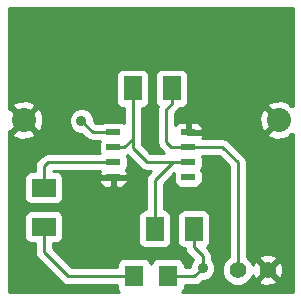
<source format=gtl>
G04 (created by PCBNEW (2013-08-23 BZR 4296)-product) date 10/8/2013 12:25:44 PM*
%MOIN*%
G04 Gerber Fmt 3.4, Leading zero omitted, Abs format*
%FSLAX34Y34*%
G01*
G70*
G90*
G04 APERTURE LIST*
%ADD10C,0.005906*%
%ADD11R,0.060000X0.080000*%
%ADD12R,0.062900X0.070900*%
%ADD13R,0.080000X0.060000*%
%ADD14R,0.045000X0.020000*%
%ADD15C,0.055000*%
%ADD16C,0.080000*%
%ADD17C,0.035000*%
%ADD18C,0.010000*%
G04 APERTURE END LIST*
G54D10*
G54D11*
X45670Y-46575D03*
X46970Y-46575D03*
G54D12*
X44981Y-48160D03*
X46099Y-48160D03*
G54D11*
X46235Y-41890D03*
X44935Y-41890D03*
G54D13*
X41970Y-45205D03*
X41970Y-46505D03*
G54D14*
X46785Y-43350D03*
X46785Y-43850D03*
X46785Y-44350D03*
X46785Y-44850D03*
X44285Y-44850D03*
X44285Y-44350D03*
X44285Y-43850D03*
X44285Y-43350D03*
G54D15*
X49430Y-47940D03*
X48430Y-47940D03*
G54D16*
X49805Y-42945D03*
X41305Y-42945D03*
G54D17*
X47265Y-47880D03*
X43225Y-42975D03*
G54D18*
X46970Y-46575D02*
X46970Y-47185D01*
X47265Y-47480D02*
X47265Y-47880D01*
X46970Y-47185D02*
X47265Y-47480D01*
X46099Y-48160D02*
X46985Y-48160D01*
X46985Y-48160D02*
X47265Y-47880D01*
X44285Y-43350D02*
X43600Y-43350D01*
X43600Y-43350D02*
X43225Y-42975D01*
X41970Y-45205D02*
X41970Y-44495D01*
X42115Y-44350D02*
X44285Y-44350D01*
X41970Y-44495D02*
X42115Y-44350D01*
X44981Y-48160D02*
X42780Y-48160D01*
X41970Y-47350D02*
X41970Y-46505D01*
X42780Y-48160D02*
X41970Y-47350D01*
X45670Y-46575D02*
X45670Y-44945D01*
X45670Y-44945D02*
X46265Y-44350D01*
X46785Y-44350D02*
X46265Y-44350D01*
X46265Y-44350D02*
X45400Y-44350D01*
X44935Y-43885D02*
X44935Y-43570D01*
X45400Y-44350D02*
X44935Y-43885D01*
X44935Y-41890D02*
X44935Y-43570D01*
X44655Y-43850D02*
X44285Y-43850D01*
X44935Y-43570D02*
X44655Y-43850D01*
X48430Y-47940D02*
X48430Y-44360D01*
X47920Y-43850D02*
X46785Y-43850D01*
X48430Y-44360D02*
X47920Y-43850D01*
X46235Y-41890D02*
X46235Y-42400D01*
X46200Y-43850D02*
X46785Y-43850D01*
X46040Y-43690D02*
X46200Y-43850D01*
X46040Y-42595D02*
X46040Y-43690D01*
X46235Y-42400D02*
X46040Y-42595D01*
G54D10*
G36*
X50260Y-48690D02*
X50192Y-48690D01*
X49959Y-48690D01*
X49959Y-48015D01*
X49948Y-47807D01*
X49890Y-47667D01*
X49797Y-47642D01*
X49727Y-47713D01*
X49727Y-47572D01*
X49702Y-47479D01*
X49505Y-47410D01*
X49297Y-47421D01*
X49157Y-47479D01*
X49132Y-47572D01*
X49430Y-47869D01*
X49727Y-47572D01*
X49727Y-47713D01*
X49500Y-47940D01*
X49797Y-48237D01*
X49890Y-48212D01*
X49959Y-48015D01*
X49959Y-48690D01*
X49727Y-48690D01*
X49727Y-48307D01*
X49430Y-48010D01*
X49359Y-48081D01*
X49359Y-47940D01*
X49062Y-47642D01*
X48969Y-47667D01*
X48930Y-47777D01*
X48875Y-47643D01*
X48730Y-47497D01*
X48730Y-44360D01*
X48707Y-44245D01*
X48642Y-44147D01*
X48642Y-44147D01*
X48132Y-43637D01*
X48034Y-43572D01*
X47920Y-43550D01*
X47239Y-43550D01*
X47260Y-43499D01*
X47260Y-43462D01*
X47260Y-43237D01*
X47260Y-43200D01*
X47221Y-43108D01*
X47151Y-43038D01*
X47059Y-43000D01*
X46960Y-43000D01*
X46897Y-43000D01*
X46835Y-43062D01*
X46835Y-43300D01*
X47197Y-43300D01*
X47260Y-43237D01*
X47260Y-43462D01*
X47197Y-43400D01*
X46835Y-43400D01*
X46835Y-43407D01*
X46735Y-43407D01*
X46735Y-43400D01*
X46727Y-43400D01*
X46727Y-43300D01*
X46735Y-43300D01*
X46735Y-43062D01*
X46672Y-43000D01*
X46609Y-43000D01*
X46510Y-43000D01*
X46418Y-43038D01*
X46348Y-43108D01*
X46340Y-43127D01*
X46340Y-42719D01*
X46447Y-42612D01*
X46495Y-42540D01*
X46584Y-42540D01*
X46676Y-42501D01*
X46746Y-42431D01*
X46785Y-42339D01*
X46785Y-42240D01*
X46785Y-41440D01*
X46746Y-41348D01*
X46676Y-41278D01*
X46584Y-41240D01*
X46485Y-41240D01*
X45885Y-41240D01*
X45793Y-41278D01*
X45723Y-41348D01*
X45685Y-41440D01*
X45685Y-41539D01*
X45685Y-42339D01*
X45723Y-42431D01*
X45766Y-42474D01*
X45766Y-42474D01*
X45762Y-42480D01*
X45740Y-42595D01*
X45740Y-43690D01*
X45762Y-43804D01*
X45827Y-43902D01*
X45975Y-44050D01*
X45524Y-44050D01*
X45235Y-43760D01*
X45235Y-43570D01*
X45235Y-42540D01*
X45284Y-42540D01*
X45376Y-42501D01*
X45446Y-42431D01*
X45485Y-42339D01*
X45485Y-42240D01*
X45485Y-41440D01*
X45446Y-41348D01*
X45376Y-41278D01*
X45284Y-41240D01*
X45185Y-41240D01*
X44585Y-41240D01*
X44493Y-41278D01*
X44423Y-41348D01*
X44385Y-41440D01*
X44385Y-41539D01*
X44385Y-42339D01*
X44423Y-42431D01*
X44493Y-42501D01*
X44585Y-42540D01*
X44635Y-42540D01*
X44635Y-43031D01*
X44559Y-43000D01*
X44460Y-43000D01*
X44010Y-43000D01*
X43918Y-43038D01*
X43906Y-43050D01*
X43724Y-43050D01*
X43649Y-42975D01*
X43650Y-42890D01*
X43585Y-42734D01*
X43466Y-42614D01*
X43309Y-42550D01*
X43140Y-42549D01*
X42984Y-42614D01*
X42864Y-42733D01*
X42800Y-42890D01*
X42799Y-43059D01*
X42864Y-43215D01*
X42983Y-43335D01*
X43140Y-43399D01*
X43225Y-43400D01*
X43387Y-43562D01*
X43387Y-43562D01*
X43485Y-43627D01*
X43600Y-43650D01*
X43830Y-43650D01*
X43810Y-43700D01*
X43810Y-43799D01*
X43810Y-43999D01*
X43830Y-44050D01*
X42115Y-44050D01*
X42000Y-44072D01*
X41959Y-44100D01*
X41959Y-43050D01*
X41949Y-42792D01*
X41869Y-42597D01*
X41763Y-42557D01*
X41692Y-42628D01*
X41692Y-42486D01*
X41652Y-42380D01*
X41410Y-42290D01*
X41152Y-42300D01*
X40957Y-42380D01*
X40917Y-42486D01*
X41305Y-42874D01*
X41692Y-42486D01*
X41692Y-42628D01*
X41375Y-42945D01*
X41763Y-43332D01*
X41869Y-43292D01*
X41959Y-43050D01*
X41959Y-44100D01*
X41902Y-44137D01*
X41757Y-44282D01*
X41692Y-44380D01*
X41692Y-44381D01*
X41692Y-43403D01*
X41305Y-43015D01*
X40917Y-43403D01*
X40957Y-43509D01*
X41199Y-43599D01*
X41457Y-43589D01*
X41652Y-43509D01*
X41692Y-43403D01*
X41692Y-44381D01*
X41670Y-44495D01*
X41670Y-44655D01*
X41520Y-44655D01*
X41428Y-44693D01*
X41358Y-44763D01*
X41320Y-44855D01*
X41320Y-44954D01*
X41320Y-45554D01*
X41358Y-45646D01*
X41428Y-45716D01*
X41520Y-45755D01*
X41619Y-45755D01*
X42419Y-45755D01*
X42511Y-45716D01*
X42581Y-45646D01*
X42620Y-45554D01*
X42620Y-45455D01*
X42620Y-44855D01*
X42581Y-44763D01*
X42511Y-44693D01*
X42419Y-44655D01*
X42320Y-44655D01*
X42270Y-44655D01*
X42270Y-44650D01*
X43830Y-44650D01*
X43810Y-44700D01*
X43810Y-44737D01*
X43872Y-44800D01*
X44235Y-44800D01*
X44235Y-44792D01*
X44335Y-44792D01*
X44335Y-44800D01*
X44697Y-44800D01*
X44760Y-44737D01*
X44760Y-44700D01*
X44721Y-44608D01*
X44713Y-44600D01*
X44721Y-44591D01*
X44760Y-44499D01*
X44760Y-44400D01*
X44760Y-44200D01*
X44732Y-44134D01*
X44732Y-44134D01*
X44755Y-44129D01*
X45187Y-44562D01*
X45246Y-44601D01*
X45285Y-44627D01*
X45285Y-44627D01*
X45400Y-44650D01*
X45540Y-44650D01*
X45457Y-44732D01*
X45392Y-44830D01*
X45370Y-44945D01*
X45370Y-45925D01*
X45320Y-45925D01*
X45228Y-45963D01*
X45158Y-46033D01*
X45120Y-46125D01*
X45120Y-46224D01*
X45120Y-47024D01*
X45158Y-47116D01*
X45228Y-47186D01*
X45320Y-47225D01*
X45419Y-47225D01*
X46019Y-47225D01*
X46111Y-47186D01*
X46181Y-47116D01*
X46220Y-47024D01*
X46220Y-46925D01*
X46220Y-46125D01*
X46181Y-46033D01*
X46111Y-45963D01*
X46019Y-45925D01*
X45970Y-45925D01*
X45970Y-45069D01*
X46310Y-44729D01*
X46310Y-44799D01*
X46310Y-44999D01*
X46348Y-45091D01*
X46418Y-45161D01*
X46510Y-45200D01*
X46609Y-45200D01*
X47059Y-45200D01*
X47151Y-45161D01*
X47221Y-45091D01*
X47260Y-44999D01*
X47260Y-44900D01*
X47260Y-44700D01*
X47221Y-44608D01*
X47213Y-44600D01*
X47221Y-44591D01*
X47260Y-44499D01*
X47260Y-44400D01*
X47260Y-44200D01*
X47239Y-44150D01*
X47795Y-44150D01*
X48130Y-44484D01*
X48130Y-47497D01*
X47985Y-47642D01*
X47905Y-47835D01*
X47904Y-48043D01*
X47984Y-48237D01*
X48132Y-48384D01*
X48325Y-48464D01*
X48533Y-48465D01*
X48727Y-48385D01*
X48874Y-48237D01*
X48927Y-48111D01*
X48969Y-48212D01*
X49062Y-48237D01*
X49359Y-47940D01*
X49359Y-48081D01*
X49132Y-48307D01*
X49157Y-48400D01*
X49354Y-48469D01*
X49562Y-48458D01*
X49702Y-48400D01*
X49727Y-48307D01*
X49727Y-48690D01*
X46591Y-48690D01*
X46625Y-48656D01*
X46663Y-48564D01*
X46663Y-48464D01*
X46663Y-48460D01*
X46985Y-48460D01*
X46985Y-48459D01*
X47099Y-48437D01*
X47099Y-48437D01*
X47197Y-48372D01*
X47264Y-48304D01*
X47349Y-48305D01*
X47505Y-48240D01*
X47625Y-48121D01*
X47689Y-47964D01*
X47690Y-47795D01*
X47625Y-47639D01*
X47565Y-47578D01*
X47565Y-47480D01*
X47542Y-47365D01*
X47477Y-47267D01*
X47477Y-47267D01*
X47400Y-47191D01*
X47411Y-47186D01*
X47481Y-47116D01*
X47520Y-47024D01*
X47520Y-46925D01*
X47520Y-46125D01*
X47481Y-46033D01*
X47411Y-45963D01*
X47319Y-45925D01*
X47220Y-45925D01*
X46620Y-45925D01*
X46528Y-45963D01*
X46458Y-46033D01*
X46420Y-46125D01*
X46420Y-46224D01*
X46420Y-47024D01*
X46458Y-47116D01*
X46528Y-47186D01*
X46620Y-47225D01*
X46677Y-47225D01*
X46692Y-47299D01*
X46757Y-47397D01*
X46952Y-47591D01*
X46904Y-47638D01*
X46840Y-47795D01*
X46840Y-47860D01*
X46663Y-47860D01*
X46663Y-47755D01*
X46625Y-47663D01*
X46555Y-47593D01*
X46463Y-47555D01*
X46363Y-47555D01*
X45734Y-47555D01*
X45642Y-47593D01*
X45572Y-47663D01*
X45539Y-47742D01*
X45507Y-47663D01*
X45437Y-47593D01*
X45345Y-47555D01*
X45245Y-47555D01*
X44760Y-47555D01*
X44760Y-44999D01*
X44760Y-44962D01*
X44697Y-44900D01*
X44335Y-44900D01*
X44335Y-45137D01*
X44397Y-45200D01*
X44460Y-45200D01*
X44559Y-45200D01*
X44651Y-45161D01*
X44721Y-45091D01*
X44760Y-44999D01*
X44760Y-47555D01*
X44616Y-47555D01*
X44524Y-47593D01*
X44454Y-47663D01*
X44416Y-47755D01*
X44416Y-47855D01*
X44416Y-47860D01*
X44235Y-47860D01*
X44235Y-45137D01*
X44235Y-44900D01*
X43872Y-44900D01*
X43810Y-44962D01*
X43810Y-44999D01*
X43848Y-45091D01*
X43918Y-45161D01*
X44010Y-45200D01*
X44109Y-45200D01*
X44172Y-45200D01*
X44235Y-45137D01*
X44235Y-47860D01*
X42904Y-47860D01*
X42270Y-47225D01*
X42270Y-47055D01*
X42419Y-47055D01*
X42511Y-47016D01*
X42581Y-46946D01*
X42620Y-46854D01*
X42620Y-46755D01*
X42620Y-46155D01*
X42581Y-46063D01*
X42511Y-45993D01*
X42419Y-45955D01*
X42320Y-45955D01*
X41520Y-45955D01*
X41428Y-45993D01*
X41358Y-46063D01*
X41320Y-46155D01*
X41320Y-46254D01*
X41320Y-46854D01*
X41358Y-46946D01*
X41428Y-47016D01*
X41520Y-47055D01*
X41619Y-47055D01*
X41670Y-47055D01*
X41670Y-47350D01*
X41692Y-47464D01*
X41757Y-47562D01*
X42567Y-48372D01*
X42665Y-48437D01*
X42665Y-48437D01*
X42780Y-48460D01*
X44416Y-48460D01*
X44416Y-48564D01*
X44454Y-48656D01*
X44488Y-48690D01*
X40799Y-48690D01*
X40799Y-43314D01*
X40846Y-43332D01*
X41234Y-42945D01*
X40846Y-42557D01*
X40799Y-42575D01*
X40799Y-39229D01*
X50260Y-39229D01*
X50260Y-42464D01*
X50237Y-42441D01*
X50192Y-42486D01*
X50152Y-42380D01*
X49910Y-42290D01*
X49652Y-42300D01*
X49457Y-42380D01*
X49417Y-42486D01*
X49805Y-42874D01*
X49810Y-42868D01*
X49881Y-42939D01*
X49875Y-42945D01*
X49881Y-42950D01*
X49810Y-43021D01*
X49805Y-43015D01*
X49734Y-43086D01*
X49734Y-42945D01*
X49346Y-42557D01*
X49240Y-42597D01*
X49150Y-42839D01*
X49160Y-43097D01*
X49240Y-43292D01*
X49346Y-43332D01*
X49734Y-42945D01*
X49734Y-43086D01*
X49417Y-43403D01*
X49457Y-43509D01*
X49699Y-43599D01*
X49957Y-43589D01*
X50152Y-43509D01*
X50192Y-43403D01*
X50192Y-43403D01*
X50237Y-43448D01*
X50260Y-43425D01*
X50260Y-48690D01*
X50260Y-48690D01*
G37*
G54D18*
X50260Y-48690D02*
X50192Y-48690D01*
X49959Y-48690D01*
X49959Y-48015D01*
X49948Y-47807D01*
X49890Y-47667D01*
X49797Y-47642D01*
X49727Y-47713D01*
X49727Y-47572D01*
X49702Y-47479D01*
X49505Y-47410D01*
X49297Y-47421D01*
X49157Y-47479D01*
X49132Y-47572D01*
X49430Y-47869D01*
X49727Y-47572D01*
X49727Y-47713D01*
X49500Y-47940D01*
X49797Y-48237D01*
X49890Y-48212D01*
X49959Y-48015D01*
X49959Y-48690D01*
X49727Y-48690D01*
X49727Y-48307D01*
X49430Y-48010D01*
X49359Y-48081D01*
X49359Y-47940D01*
X49062Y-47642D01*
X48969Y-47667D01*
X48930Y-47777D01*
X48875Y-47643D01*
X48730Y-47497D01*
X48730Y-44360D01*
X48707Y-44245D01*
X48642Y-44147D01*
X48642Y-44147D01*
X48132Y-43637D01*
X48034Y-43572D01*
X47920Y-43550D01*
X47239Y-43550D01*
X47260Y-43499D01*
X47260Y-43462D01*
X47260Y-43237D01*
X47260Y-43200D01*
X47221Y-43108D01*
X47151Y-43038D01*
X47059Y-43000D01*
X46960Y-43000D01*
X46897Y-43000D01*
X46835Y-43062D01*
X46835Y-43300D01*
X47197Y-43300D01*
X47260Y-43237D01*
X47260Y-43462D01*
X47197Y-43400D01*
X46835Y-43400D01*
X46835Y-43407D01*
X46735Y-43407D01*
X46735Y-43400D01*
X46727Y-43400D01*
X46727Y-43300D01*
X46735Y-43300D01*
X46735Y-43062D01*
X46672Y-43000D01*
X46609Y-43000D01*
X46510Y-43000D01*
X46418Y-43038D01*
X46348Y-43108D01*
X46340Y-43127D01*
X46340Y-42719D01*
X46447Y-42612D01*
X46495Y-42540D01*
X46584Y-42540D01*
X46676Y-42501D01*
X46746Y-42431D01*
X46785Y-42339D01*
X46785Y-42240D01*
X46785Y-41440D01*
X46746Y-41348D01*
X46676Y-41278D01*
X46584Y-41240D01*
X46485Y-41240D01*
X45885Y-41240D01*
X45793Y-41278D01*
X45723Y-41348D01*
X45685Y-41440D01*
X45685Y-41539D01*
X45685Y-42339D01*
X45723Y-42431D01*
X45766Y-42474D01*
X45766Y-42474D01*
X45762Y-42480D01*
X45740Y-42595D01*
X45740Y-43690D01*
X45762Y-43804D01*
X45827Y-43902D01*
X45975Y-44050D01*
X45524Y-44050D01*
X45235Y-43760D01*
X45235Y-43570D01*
X45235Y-42540D01*
X45284Y-42540D01*
X45376Y-42501D01*
X45446Y-42431D01*
X45485Y-42339D01*
X45485Y-42240D01*
X45485Y-41440D01*
X45446Y-41348D01*
X45376Y-41278D01*
X45284Y-41240D01*
X45185Y-41240D01*
X44585Y-41240D01*
X44493Y-41278D01*
X44423Y-41348D01*
X44385Y-41440D01*
X44385Y-41539D01*
X44385Y-42339D01*
X44423Y-42431D01*
X44493Y-42501D01*
X44585Y-42540D01*
X44635Y-42540D01*
X44635Y-43031D01*
X44559Y-43000D01*
X44460Y-43000D01*
X44010Y-43000D01*
X43918Y-43038D01*
X43906Y-43050D01*
X43724Y-43050D01*
X43649Y-42975D01*
X43650Y-42890D01*
X43585Y-42734D01*
X43466Y-42614D01*
X43309Y-42550D01*
X43140Y-42549D01*
X42984Y-42614D01*
X42864Y-42733D01*
X42800Y-42890D01*
X42799Y-43059D01*
X42864Y-43215D01*
X42983Y-43335D01*
X43140Y-43399D01*
X43225Y-43400D01*
X43387Y-43562D01*
X43387Y-43562D01*
X43485Y-43627D01*
X43600Y-43650D01*
X43830Y-43650D01*
X43810Y-43700D01*
X43810Y-43799D01*
X43810Y-43999D01*
X43830Y-44050D01*
X42115Y-44050D01*
X42000Y-44072D01*
X41959Y-44100D01*
X41959Y-43050D01*
X41949Y-42792D01*
X41869Y-42597D01*
X41763Y-42557D01*
X41692Y-42628D01*
X41692Y-42486D01*
X41652Y-42380D01*
X41410Y-42290D01*
X41152Y-42300D01*
X40957Y-42380D01*
X40917Y-42486D01*
X41305Y-42874D01*
X41692Y-42486D01*
X41692Y-42628D01*
X41375Y-42945D01*
X41763Y-43332D01*
X41869Y-43292D01*
X41959Y-43050D01*
X41959Y-44100D01*
X41902Y-44137D01*
X41757Y-44282D01*
X41692Y-44380D01*
X41692Y-44381D01*
X41692Y-43403D01*
X41305Y-43015D01*
X40917Y-43403D01*
X40957Y-43509D01*
X41199Y-43599D01*
X41457Y-43589D01*
X41652Y-43509D01*
X41692Y-43403D01*
X41692Y-44381D01*
X41670Y-44495D01*
X41670Y-44655D01*
X41520Y-44655D01*
X41428Y-44693D01*
X41358Y-44763D01*
X41320Y-44855D01*
X41320Y-44954D01*
X41320Y-45554D01*
X41358Y-45646D01*
X41428Y-45716D01*
X41520Y-45755D01*
X41619Y-45755D01*
X42419Y-45755D01*
X42511Y-45716D01*
X42581Y-45646D01*
X42620Y-45554D01*
X42620Y-45455D01*
X42620Y-44855D01*
X42581Y-44763D01*
X42511Y-44693D01*
X42419Y-44655D01*
X42320Y-44655D01*
X42270Y-44655D01*
X42270Y-44650D01*
X43830Y-44650D01*
X43810Y-44700D01*
X43810Y-44737D01*
X43872Y-44800D01*
X44235Y-44800D01*
X44235Y-44792D01*
X44335Y-44792D01*
X44335Y-44800D01*
X44697Y-44800D01*
X44760Y-44737D01*
X44760Y-44700D01*
X44721Y-44608D01*
X44713Y-44600D01*
X44721Y-44591D01*
X44760Y-44499D01*
X44760Y-44400D01*
X44760Y-44200D01*
X44732Y-44134D01*
X44732Y-44134D01*
X44755Y-44129D01*
X45187Y-44562D01*
X45246Y-44601D01*
X45285Y-44627D01*
X45285Y-44627D01*
X45400Y-44650D01*
X45540Y-44650D01*
X45457Y-44732D01*
X45392Y-44830D01*
X45370Y-44945D01*
X45370Y-45925D01*
X45320Y-45925D01*
X45228Y-45963D01*
X45158Y-46033D01*
X45120Y-46125D01*
X45120Y-46224D01*
X45120Y-47024D01*
X45158Y-47116D01*
X45228Y-47186D01*
X45320Y-47225D01*
X45419Y-47225D01*
X46019Y-47225D01*
X46111Y-47186D01*
X46181Y-47116D01*
X46220Y-47024D01*
X46220Y-46925D01*
X46220Y-46125D01*
X46181Y-46033D01*
X46111Y-45963D01*
X46019Y-45925D01*
X45970Y-45925D01*
X45970Y-45069D01*
X46310Y-44729D01*
X46310Y-44799D01*
X46310Y-44999D01*
X46348Y-45091D01*
X46418Y-45161D01*
X46510Y-45200D01*
X46609Y-45200D01*
X47059Y-45200D01*
X47151Y-45161D01*
X47221Y-45091D01*
X47260Y-44999D01*
X47260Y-44900D01*
X47260Y-44700D01*
X47221Y-44608D01*
X47213Y-44600D01*
X47221Y-44591D01*
X47260Y-44499D01*
X47260Y-44400D01*
X47260Y-44200D01*
X47239Y-44150D01*
X47795Y-44150D01*
X48130Y-44484D01*
X48130Y-47497D01*
X47985Y-47642D01*
X47905Y-47835D01*
X47904Y-48043D01*
X47984Y-48237D01*
X48132Y-48384D01*
X48325Y-48464D01*
X48533Y-48465D01*
X48727Y-48385D01*
X48874Y-48237D01*
X48927Y-48111D01*
X48969Y-48212D01*
X49062Y-48237D01*
X49359Y-47940D01*
X49359Y-48081D01*
X49132Y-48307D01*
X49157Y-48400D01*
X49354Y-48469D01*
X49562Y-48458D01*
X49702Y-48400D01*
X49727Y-48307D01*
X49727Y-48690D01*
X46591Y-48690D01*
X46625Y-48656D01*
X46663Y-48564D01*
X46663Y-48464D01*
X46663Y-48460D01*
X46985Y-48460D01*
X46985Y-48459D01*
X47099Y-48437D01*
X47099Y-48437D01*
X47197Y-48372D01*
X47264Y-48304D01*
X47349Y-48305D01*
X47505Y-48240D01*
X47625Y-48121D01*
X47689Y-47964D01*
X47690Y-47795D01*
X47625Y-47639D01*
X47565Y-47578D01*
X47565Y-47480D01*
X47542Y-47365D01*
X47477Y-47267D01*
X47477Y-47267D01*
X47400Y-47191D01*
X47411Y-47186D01*
X47481Y-47116D01*
X47520Y-47024D01*
X47520Y-46925D01*
X47520Y-46125D01*
X47481Y-46033D01*
X47411Y-45963D01*
X47319Y-45925D01*
X47220Y-45925D01*
X46620Y-45925D01*
X46528Y-45963D01*
X46458Y-46033D01*
X46420Y-46125D01*
X46420Y-46224D01*
X46420Y-47024D01*
X46458Y-47116D01*
X46528Y-47186D01*
X46620Y-47225D01*
X46677Y-47225D01*
X46692Y-47299D01*
X46757Y-47397D01*
X46952Y-47591D01*
X46904Y-47638D01*
X46840Y-47795D01*
X46840Y-47860D01*
X46663Y-47860D01*
X46663Y-47755D01*
X46625Y-47663D01*
X46555Y-47593D01*
X46463Y-47555D01*
X46363Y-47555D01*
X45734Y-47555D01*
X45642Y-47593D01*
X45572Y-47663D01*
X45539Y-47742D01*
X45507Y-47663D01*
X45437Y-47593D01*
X45345Y-47555D01*
X45245Y-47555D01*
X44760Y-47555D01*
X44760Y-44999D01*
X44760Y-44962D01*
X44697Y-44900D01*
X44335Y-44900D01*
X44335Y-45137D01*
X44397Y-45200D01*
X44460Y-45200D01*
X44559Y-45200D01*
X44651Y-45161D01*
X44721Y-45091D01*
X44760Y-44999D01*
X44760Y-47555D01*
X44616Y-47555D01*
X44524Y-47593D01*
X44454Y-47663D01*
X44416Y-47755D01*
X44416Y-47855D01*
X44416Y-47860D01*
X44235Y-47860D01*
X44235Y-45137D01*
X44235Y-44900D01*
X43872Y-44900D01*
X43810Y-44962D01*
X43810Y-44999D01*
X43848Y-45091D01*
X43918Y-45161D01*
X44010Y-45200D01*
X44109Y-45200D01*
X44172Y-45200D01*
X44235Y-45137D01*
X44235Y-47860D01*
X42904Y-47860D01*
X42270Y-47225D01*
X42270Y-47055D01*
X42419Y-47055D01*
X42511Y-47016D01*
X42581Y-46946D01*
X42620Y-46854D01*
X42620Y-46755D01*
X42620Y-46155D01*
X42581Y-46063D01*
X42511Y-45993D01*
X42419Y-45955D01*
X42320Y-45955D01*
X41520Y-45955D01*
X41428Y-45993D01*
X41358Y-46063D01*
X41320Y-46155D01*
X41320Y-46254D01*
X41320Y-46854D01*
X41358Y-46946D01*
X41428Y-47016D01*
X41520Y-47055D01*
X41619Y-47055D01*
X41670Y-47055D01*
X41670Y-47350D01*
X41692Y-47464D01*
X41757Y-47562D01*
X42567Y-48372D01*
X42665Y-48437D01*
X42665Y-48437D01*
X42780Y-48460D01*
X44416Y-48460D01*
X44416Y-48564D01*
X44454Y-48656D01*
X44488Y-48690D01*
X40799Y-48690D01*
X40799Y-43314D01*
X40846Y-43332D01*
X41234Y-42945D01*
X40846Y-42557D01*
X40799Y-42575D01*
X40799Y-39229D01*
X50260Y-39229D01*
X50260Y-42464D01*
X50237Y-42441D01*
X50192Y-42486D01*
X50152Y-42380D01*
X49910Y-42290D01*
X49652Y-42300D01*
X49457Y-42380D01*
X49417Y-42486D01*
X49805Y-42874D01*
X49810Y-42868D01*
X49881Y-42939D01*
X49875Y-42945D01*
X49881Y-42950D01*
X49810Y-43021D01*
X49805Y-43015D01*
X49734Y-43086D01*
X49734Y-42945D01*
X49346Y-42557D01*
X49240Y-42597D01*
X49150Y-42839D01*
X49160Y-43097D01*
X49240Y-43292D01*
X49346Y-43332D01*
X49734Y-42945D01*
X49734Y-43086D01*
X49417Y-43403D01*
X49457Y-43509D01*
X49699Y-43599D01*
X49957Y-43589D01*
X50152Y-43509D01*
X50192Y-43403D01*
X50192Y-43403D01*
X50237Y-43448D01*
X50260Y-43425D01*
X50260Y-48690D01*
M02*

</source>
